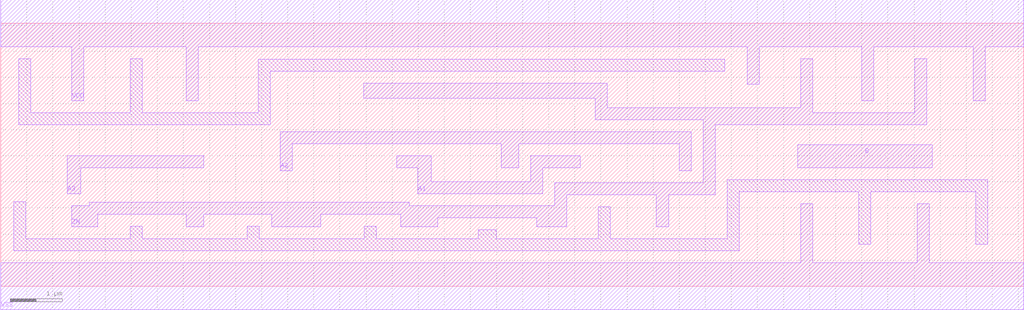
<source format=lef>
# Copyright 2022 GlobalFoundries PDK Authors
#
# Licensed under the Apache License, Version 2.0 (the "License");
# you may not use this file except in compliance with the License.
# You may obtain a copy of the License at
#
#      http://www.apache.org/licenses/LICENSE-2.0
#
# Unless required by applicable law or agreed to in writing, software
# distributed under the License is distributed on an "AS IS" BASIS,
# WITHOUT WARRANTIES OR CONDITIONS OF ANY KIND, either express or implied.
# See the License for the specific language governing permissions and
# limitations under the License.

MACRO gf180mcu_fd_sc_mcu9t5v0__oai31_4
  CLASS core ;
  FOREIGN gf180mcu_fd_sc_mcu9t5v0__oai31_4 0.0 0.0 ;
  ORIGIN 0 0 ;
  SYMMETRY X Y ;
  SITE GF018hv5v_green_sc9 ;
  SIZE 19.6 BY 5.04 ;
  PIN A1
    DIRECTION INPUT ;
    ANTENNAGATEAREA 6.828 ;
    PORT
      LAYER Metal1 ;
        POLYGON 7.59 2.27 7.99 2.27 7.99 1.77 10.39 1.77 10.39 2.27 11.1 2.27 11.1 2.5 10.16 2.5 10.16 2 8.25 2 8.25 2.5 7.59 2.5  ;
    END
  END A1
  PIN A2
    DIRECTION INPUT ;
    ANTENNAGATEAREA 6.828 ;
    PORT
      LAYER Metal1 ;
        POLYGON 5.355 2.215 5.585 2.215 5.585 2.73 9.59 2.73 9.59 2.27 9.93 2.27 9.93 2.73 13.005 2.73 13.005 2.215 13.235 2.215 13.235 2.96 5.355 2.96  ;
    END
  END A2
  PIN A3
    DIRECTION INPUT ;
    ANTENNAGATEAREA 6.828 ;
    PORT
      LAYER Metal1 ;
        POLYGON 1.27 1.77 1.53 1.77 1.53 2.27 3.89 2.27 3.89 2.5 1.27 2.5  ;
    END
  END A3
  PIN B
    DIRECTION INPUT ;
    ANTENNAGATEAREA 6.458 ;
    PORT
      LAYER Metal1 ;
        POLYGON 15.27 2.27 17.85 2.27 17.85 2.71 15.27 2.71  ;
    END
  END B
  PIN ZN
    DIRECTION OUTPUT ;
    ANTENNADIFFAREA 8.50965 ;
    PORT
      LAYER Metal1 ;
        POLYGON 6.96 3.605 11.395 3.605 11.395 3.19 13.465 3.19 13.465 1.985 10.62 1.985 10.62 1.54 7.825 1.54 7.825 1.605 1.695 1.605 1.695 1.54 1.365 1.54 1.365 1.14 1.86 1.14 1.86 1.375 3.55 1.375 3.55 1.14 3.89 1.14 3.89 1.375 5.19 1.375 5.19 1.14 6.13 1.14 6.13 1.375 7.66 1.375 7.66 1.14 8.37 1.14 8.37 1.31 10.27 1.31 10.27 1.14 10.85 1.14 10.85 1.755 12.565 1.755 12.565 1.14 12.795 1.14 12.795 1.755 13.695 1.755 13.695 3.09 17.745 3.09 17.745 4.36 17.515 4.36 17.515 3.32 15.555 3.32 15.555 4.36 15.325 4.36 15.325 3.42 11.625 3.42 11.625 3.89 6.96 3.89  ;
    END
  END ZN
  PIN VDD
    DIRECTION INOUT ;
    USE power ;
    SHAPE ABUTMENT ;
    PORT
      LAYER Metal1 ;
        POLYGON 0 4.59 1.365 4.59 1.365 3.55 1.595 3.55 1.595 4.59 3.555 4.59 3.555 3.55 3.785 3.55 3.785 4.59 13.87 4.59 14.305 4.59 14.305 3.875 14.535 3.875 14.535 4.59 16.495 4.59 16.495 3.55 16.725 3.55 16.725 4.59 18.635 4.59 18.635 3.55 18.865 3.55 18.865 4.59 18.915 4.59 19.6 4.59 19.6 5.49 18.915 5.49 13.87 5.49 0 5.49  ;
    END
  END VDD
  PIN VSS
    DIRECTION INOUT ;
    USE ground ;
    SHAPE ABUTMENT ;
    PORT
      LAYER Metal1 ;
        POLYGON 0 -0.45 19.6 -0.45 19.6 0.45 17.795 0.45 17.795 1.58 17.565 1.58 17.565 0.45 15.555 0.45 15.555 1.58 15.325 1.58 15.325 0.45 0 0.45  ;
    END
  END VSS
  OBS
      LAYER Metal1 ;
        POLYGON 0.345 3.09 5.165 3.09 5.165 4.12 13.87 4.12 13.87 4.35 4.935 4.35 4.935 3.32 2.715 3.32 2.715 4.36 2.485 4.36 2.485 3.32 0.575 3.32 0.575 4.36 0.345 4.36  ;
        POLYGON 0.245 0.68 14.155 0.68 14.155 1.81 16.445 1.81 16.445 0.805 16.675 0.805 16.675 1.81 18.685 1.81 18.685 0.805 18.915 0.805 18.915 2.04 13.925 2.04 13.925 0.91 11.675 0.91 11.675 1.525 11.445 1.525 11.445 0.91 9.49 0.91 9.49 1.08 9.15 1.08 9.15 0.91 7.195 0.91 7.195 1.145 6.965 1.145 6.965 0.91 4.955 0.91 4.955 1.145 4.725 1.145 4.725 0.91 2.715 0.91 2.715 1.145 2.485 1.145 2.485 0.91 0.475 0.91 0.475 1.615 0.245 1.615  ;
  END
END gf180mcu_fd_sc_mcu9t5v0__oai31_4

</source>
